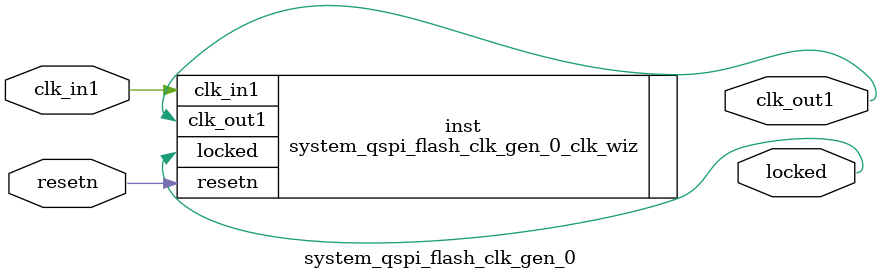
<source format=v>


`timescale 1ps/1ps

(* CORE_GENERATION_INFO = "system_qspi_flash_clk_gen_0,clk_wiz_v6_0_11_0_0,{component_name=system_qspi_flash_clk_gen_0,use_phase_alignment=true,use_min_o_jitter=false,use_max_i_jitter=false,use_dyn_phase_shift=false,use_inclk_switchover=false,use_dyn_reconfig=false,enable_axi=0,feedback_source=FDBK_AUTO,PRIMITIVE=PLL,num_out_clk=1,clkin1_period=10.000,clkin2_period=10.000,use_power_down=false,use_reset=true,use_locked=true,use_inclk_stopped=false,feedback_type=SINGLE,CLOCK_MGR_TYPE=NA,manual_override=false}" *)

module system_qspi_flash_clk_gen_0 
 (
  // Clock out ports
  output        clk_out1,
  // Status and control signals
  input         resetn,
  output        locked,
 // Clock in ports
  input         clk_in1
 );

  system_qspi_flash_clk_gen_0_clk_wiz inst
  (
  // Clock out ports  
  .clk_out1(clk_out1),
  // Status and control signals               
  .resetn(resetn), 
  .locked(locked),
 // Clock in ports
  .clk_in1(clk_in1)
  );

endmodule

</source>
